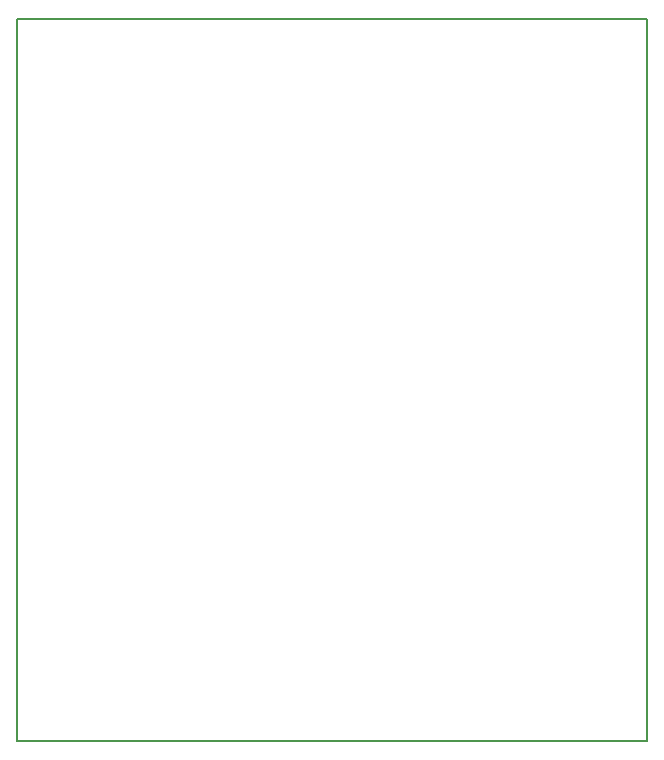
<source format=gm1>
G04 #@! TF.FileFunction,Profile,NP*
%FSLAX46Y46*%
G04 Gerber Fmt 4.6, Leading zero omitted, Abs format (unit mm)*
G04 Created by KiCad (PCBNEW 4.0.7-e2-6376~58~ubuntu16.04.1) date Sat Dec  9 11:07:45 2023*
%MOMM*%
%LPD*%
G01*
G04 APERTURE LIST*
%ADD10C,0.100000*%
%ADD11C,0.150000*%
G04 APERTURE END LIST*
D10*
D11*
X142300000Y-38100000D02*
X88900000Y-38100000D01*
X142300000Y-99250000D02*
X142300000Y-38100000D01*
X88900000Y-99250000D02*
X142300000Y-99250000D01*
X88900000Y-38100000D02*
X88900000Y-99250000D01*
M02*

</source>
